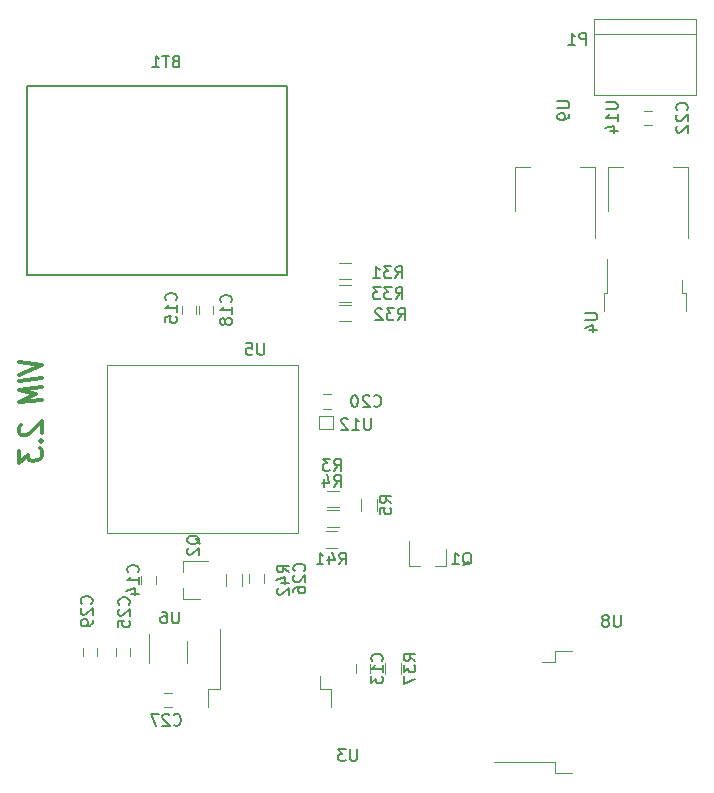
<source format=gbr>
G04 #@! TF.FileFunction,Legend,Bot*
%FSLAX46Y46*%
G04 Gerber Fmt 4.6, Leading zero omitted, Abs format (unit mm)*
G04 Created by KiCad (PCBNEW 4.0.5) date 04/12/18 12:11:43*
%MOMM*%
%LPD*%
G01*
G04 APERTURE LIST*
%ADD10C,0.100000*%
%ADD11C,0.300000*%
%ADD12C,0.120000*%
%ADD13C,0.150000*%
G04 APERTURE END LIST*
D10*
D11*
X141297162Y-92288247D02*
X143297162Y-92571580D01*
X141297162Y-93354914D01*
X143297162Y-93638247D02*
X141297162Y-93888247D01*
X143297162Y-94400152D02*
X141297162Y-94650152D01*
X142725733Y-95004914D01*
X141297162Y-95716819D01*
X143297162Y-95466819D01*
X141487638Y-97597771D02*
X141392400Y-97685866D01*
X141297162Y-97850152D01*
X141297162Y-98231105D01*
X141392400Y-98371581D01*
X141487638Y-98435866D01*
X141678114Y-98488248D01*
X141868590Y-98464438D01*
X142154305Y-98352533D01*
X143297162Y-97295390D01*
X143297162Y-98285867D01*
X143106686Y-98995390D02*
X143201924Y-99059677D01*
X143297162Y-98971581D01*
X143201924Y-98907296D01*
X143106686Y-98995390D01*
X143297162Y-98971581D01*
X141297162Y-99831105D02*
X141297162Y-100821582D01*
X142059067Y-100193010D01*
X142059067Y-100421582D01*
X142154305Y-100562058D01*
X142249543Y-100626343D01*
X142440019Y-100678725D01*
X142916210Y-100619201D01*
X143106686Y-100519200D01*
X143201924Y-100431106D01*
X143297162Y-100266820D01*
X143297162Y-99809677D01*
X143201924Y-99669201D01*
X143106686Y-99604914D01*
D10*
X164909500Y-106743500D02*
X164909500Y-103759000D01*
X164909500Y-103759000D02*
X164909500Y-101663500D01*
X164909500Y-101663500D02*
X164909500Y-100838000D01*
X164909500Y-100838000D02*
X164909500Y-99695000D01*
X164909500Y-99695000D02*
X164909500Y-98298000D01*
X164909500Y-98298000D02*
X164909500Y-97218500D01*
X164909500Y-97218500D02*
X164909500Y-95059500D01*
X164909500Y-95059500D02*
X164909500Y-92773500D01*
X164909500Y-92773500D02*
X164909500Y-92583000D01*
X164465000Y-106743500D02*
X148780500Y-106743500D01*
X148780500Y-106743500D02*
X148780500Y-92583000D01*
X148780500Y-92583000D02*
X156845000Y-92583000D01*
X156845000Y-92583000D02*
X164909500Y-92583000D01*
X164909500Y-106743500D02*
X164084000Y-106743500D01*
D12*
X177475000Y-109599000D02*
X176545000Y-109599000D01*
X174315000Y-109599000D02*
X175245000Y-109599000D01*
X174315000Y-109599000D02*
X174315000Y-107439000D01*
X177475000Y-109599000D02*
X177475000Y-108139000D01*
X155196000Y-112324000D02*
X155196000Y-111394000D01*
X155196000Y-109164000D02*
X155196000Y-110094000D01*
X155196000Y-109164000D02*
X157356000Y-109164000D01*
X155196000Y-112324000D02*
X156656000Y-112324000D01*
X157360000Y-121486000D02*
X157360000Y-119986000D01*
X157360000Y-119986000D02*
X158310000Y-119986000D01*
X158310000Y-119986000D02*
X158310000Y-114861000D01*
X167760000Y-121486000D02*
X167760000Y-119986000D01*
X167760000Y-119986000D02*
X166810000Y-119986000D01*
X166810000Y-119986000D02*
X166810000Y-118886000D01*
X155534000Y-115940000D02*
X155534000Y-117740000D01*
X152314000Y-117740000D02*
X152314000Y-115290000D01*
X183280000Y-75763200D02*
X184540000Y-75763200D01*
X190100000Y-75763200D02*
X188840000Y-75763200D01*
X183280000Y-79523200D02*
X183280000Y-75763200D01*
X190100000Y-81773200D02*
X190100000Y-75763200D01*
X188161000Y-127120000D02*
X186661000Y-127120000D01*
X186661000Y-127120000D02*
X186661000Y-126170000D01*
X186661000Y-126170000D02*
X181536000Y-126170000D01*
X188161000Y-116720000D02*
X186661000Y-116720000D01*
X186661000Y-116720000D02*
X186661000Y-117670000D01*
X186661000Y-117670000D02*
X185561000Y-117670000D01*
X191154000Y-75763200D02*
X192414000Y-75763200D01*
X197974000Y-75763200D02*
X196714000Y-75763200D01*
X191154000Y-79523200D02*
X191154000Y-75763200D01*
X197974000Y-81773200D02*
X197974000Y-75763200D01*
X171034000Y-118587000D02*
X171034000Y-117887000D01*
X169834000Y-117887000D02*
X169834000Y-118587000D01*
X151673000Y-110394000D02*
X151673000Y-111094000D01*
X152873000Y-111094000D02*
X152873000Y-110394000D01*
X156302000Y-88246700D02*
X156302000Y-87546700D01*
X155102000Y-87546700D02*
X155102000Y-88246700D01*
X157762500Y-88246700D02*
X157762500Y-87546700D01*
X156562500Y-87546700D02*
X156562500Y-88246700D01*
X167036000Y-96231000D02*
X167736000Y-96231000D01*
X167736000Y-95031000D02*
X167036000Y-95031000D01*
X194914000Y-71028000D02*
X194214000Y-71028000D01*
X194214000Y-72228000D02*
X194914000Y-72228000D01*
X149514000Y-116490000D02*
X149514000Y-117190000D01*
X150714000Y-117190000D02*
X150714000Y-116490000D01*
X160817000Y-110267000D02*
X160817000Y-110967000D01*
X162017000Y-110967000D02*
X162017000Y-110267000D01*
X154274000Y-120304000D02*
X153574000Y-120304000D01*
X153574000Y-121504000D02*
X154274000Y-121504000D01*
X147920000Y-117190000D02*
X147920000Y-116490000D01*
X146720000Y-116490000D02*
X146720000Y-117190000D01*
X189960000Y-63280000D02*
X198660000Y-63280000D01*
X189960000Y-69690000D02*
X198660000Y-69690000D01*
X198660000Y-69690000D02*
X198660000Y-63280000D01*
X198660000Y-64510000D02*
X189960000Y-64510000D01*
X189960000Y-63280000D02*
X189960000Y-69690000D01*
X167394000Y-104566000D02*
X168394000Y-104566000D01*
X168394000Y-103206000D02*
X167394000Y-103206000D01*
X167394000Y-106217000D02*
X168394000Y-106217000D01*
X168394000Y-104857000D02*
X167394000Y-104857000D01*
X170262000Y-103894000D02*
X170262000Y-104894000D01*
X171622000Y-104894000D02*
X171622000Y-103894000D01*
X168410000Y-85262000D02*
X169410000Y-85262000D01*
X169410000Y-83902000D02*
X168410000Y-83902000D01*
X169410000Y-87458000D02*
X168410000Y-87458000D01*
X168410000Y-88818000D02*
X169410000Y-88818000D01*
X168410000Y-87167000D02*
X169410000Y-87167000D01*
X169410000Y-85807000D02*
X168410000Y-85807000D01*
X172294000Y-117737000D02*
X172294000Y-118737000D01*
X173654000Y-118737000D02*
X173654000Y-117737000D01*
X167267000Y-107995000D02*
X168267000Y-107995000D01*
X168267000Y-106635000D02*
X167267000Y-106635000D01*
X160192000Y-111244000D02*
X160192000Y-110244000D01*
X158832000Y-110244000D02*
X158832000Y-111244000D01*
X190860000Y-87930000D02*
X190860000Y-86430000D01*
X190860000Y-86430000D02*
X191130000Y-86430000D01*
X191130000Y-86430000D02*
X191130000Y-83600000D01*
X197760000Y-87930000D02*
X197760000Y-86430000D01*
X197760000Y-86430000D02*
X197490000Y-86430000D01*
X197490000Y-86430000D02*
X197490000Y-85330000D01*
D13*
X142020500Y-84898500D02*
X164020500Y-84898500D01*
X164020500Y-84898500D02*
X164020500Y-68898500D01*
X164020500Y-68898500D02*
X142020500Y-68898500D01*
X142020500Y-68898500D02*
X142020500Y-84898500D01*
D10*
X167894000Y-96901000D02*
X167894000Y-97980500D01*
X166751000Y-96901000D02*
X166751000Y-97980500D01*
X167894000Y-96901000D02*
X166751000Y-96901000D01*
X166751000Y-97980500D02*
X167894000Y-97980500D01*
D13*
X162077305Y-90689181D02*
X162077305Y-91498705D01*
X162029686Y-91593943D01*
X161982067Y-91641562D01*
X161886829Y-91689181D01*
X161696352Y-91689181D01*
X161601114Y-91641562D01*
X161553495Y-91593943D01*
X161505876Y-91498705D01*
X161505876Y-90689181D01*
X160553495Y-90689181D02*
X161029686Y-90689181D01*
X161077305Y-91165371D01*
X161029686Y-91117752D01*
X160934448Y-91070133D01*
X160696352Y-91070133D01*
X160601114Y-91117752D01*
X160553495Y-91165371D01*
X160505876Y-91260610D01*
X160505876Y-91498705D01*
X160553495Y-91593943D01*
X160601114Y-91641562D01*
X160696352Y-91689181D01*
X160934448Y-91689181D01*
X161029686Y-91641562D01*
X161077305Y-91593943D01*
X178885838Y-109513619D02*
X178981076Y-109466000D01*
X179076314Y-109370762D01*
X179219171Y-109227905D01*
X179314410Y-109180286D01*
X179409648Y-109180286D01*
X179362029Y-109418381D02*
X179457267Y-109370762D01*
X179552505Y-109275524D01*
X179600124Y-109085048D01*
X179600124Y-108751714D01*
X179552505Y-108561238D01*
X179457267Y-108466000D01*
X179362029Y-108418381D01*
X179171552Y-108418381D01*
X179076314Y-108466000D01*
X178981076Y-108561238D01*
X178933457Y-108751714D01*
X178933457Y-109085048D01*
X178981076Y-109275524D01*
X179076314Y-109370762D01*
X179171552Y-109418381D01*
X179362029Y-109418381D01*
X177981076Y-109418381D02*
X178552505Y-109418381D01*
X178266791Y-109418381D02*
X178266791Y-108418381D01*
X178362029Y-108561238D01*
X178457267Y-108656476D01*
X178552505Y-108704095D01*
X156630619Y-107727762D02*
X156583000Y-107632524D01*
X156487762Y-107537286D01*
X156344905Y-107394429D01*
X156297286Y-107299190D01*
X156297286Y-107203952D01*
X156535381Y-107251571D02*
X156487762Y-107156333D01*
X156392524Y-107061095D01*
X156202048Y-107013476D01*
X155868714Y-107013476D01*
X155678238Y-107061095D01*
X155583000Y-107156333D01*
X155535381Y-107251571D01*
X155535381Y-107442048D01*
X155583000Y-107537286D01*
X155678238Y-107632524D01*
X155868714Y-107680143D01*
X156202048Y-107680143D01*
X156392524Y-107632524D01*
X156487762Y-107537286D01*
X156535381Y-107442048D01*
X156535381Y-107251571D01*
X155630619Y-108061095D02*
X155583000Y-108108714D01*
X155535381Y-108203952D01*
X155535381Y-108442048D01*
X155583000Y-108537286D01*
X155630619Y-108584905D01*
X155725857Y-108632524D01*
X155821095Y-108632524D01*
X155963952Y-108584905D01*
X156535381Y-108013476D01*
X156535381Y-108632524D01*
X169925905Y-125055381D02*
X169925905Y-125864905D01*
X169878286Y-125960143D01*
X169830667Y-126007762D01*
X169735429Y-126055381D01*
X169544952Y-126055381D01*
X169449714Y-126007762D01*
X169402095Y-125960143D01*
X169354476Y-125864905D01*
X169354476Y-125055381D01*
X168973524Y-125055381D02*
X168354476Y-125055381D01*
X168687810Y-125436333D01*
X168544952Y-125436333D01*
X168449714Y-125483952D01*
X168402095Y-125531571D01*
X168354476Y-125626810D01*
X168354476Y-125864905D01*
X168402095Y-125960143D01*
X168449714Y-126007762D01*
X168544952Y-126055381D01*
X168830667Y-126055381D01*
X168925905Y-126007762D01*
X168973524Y-125960143D01*
X154863705Y-113422181D02*
X154863705Y-114231705D01*
X154816086Y-114326943D01*
X154768467Y-114374562D01*
X154673229Y-114422181D01*
X154482752Y-114422181D01*
X154387514Y-114374562D01*
X154339895Y-114326943D01*
X154292276Y-114231705D01*
X154292276Y-113422181D01*
X153387514Y-113422181D02*
X153577991Y-113422181D01*
X153673229Y-113469800D01*
X153720848Y-113517419D01*
X153816086Y-113660276D01*
X153863705Y-113850752D01*
X153863705Y-114231705D01*
X153816086Y-114326943D01*
X153768467Y-114374562D01*
X153673229Y-114422181D01*
X153482752Y-114422181D01*
X153387514Y-114374562D01*
X153339895Y-114326943D01*
X153292276Y-114231705D01*
X153292276Y-113993610D01*
X153339895Y-113898371D01*
X153387514Y-113850752D01*
X153482752Y-113803133D01*
X153673229Y-113803133D01*
X153768467Y-113850752D01*
X153816086Y-113898371D01*
X153863705Y-113993610D01*
X186904381Y-70231095D02*
X187713905Y-70231095D01*
X187809143Y-70278714D01*
X187856762Y-70326333D01*
X187904381Y-70421571D01*
X187904381Y-70612048D01*
X187856762Y-70707286D01*
X187809143Y-70754905D01*
X187713905Y-70802524D01*
X186904381Y-70802524D01*
X187904381Y-71326333D02*
X187904381Y-71516809D01*
X187856762Y-71612048D01*
X187809143Y-71659667D01*
X187666286Y-71754905D01*
X187475810Y-71802524D01*
X187094857Y-71802524D01*
X186999619Y-71754905D01*
X186952000Y-71707286D01*
X186904381Y-71612048D01*
X186904381Y-71421571D01*
X186952000Y-71326333D01*
X186999619Y-71278714D01*
X187094857Y-71231095D01*
X187332952Y-71231095D01*
X187428190Y-71278714D01*
X187475810Y-71326333D01*
X187523429Y-71421571D01*
X187523429Y-71612048D01*
X187475810Y-71707286D01*
X187428190Y-71754905D01*
X187332952Y-71802524D01*
X192252505Y-113726981D02*
X192252505Y-114536505D01*
X192204886Y-114631743D01*
X192157267Y-114679362D01*
X192062029Y-114726981D01*
X191871552Y-114726981D01*
X191776314Y-114679362D01*
X191728695Y-114631743D01*
X191681076Y-114536505D01*
X191681076Y-113726981D01*
X191062029Y-114155552D02*
X191157267Y-114107933D01*
X191204886Y-114060314D01*
X191252505Y-113965076D01*
X191252505Y-113917457D01*
X191204886Y-113822219D01*
X191157267Y-113774600D01*
X191062029Y-113726981D01*
X190871552Y-113726981D01*
X190776314Y-113774600D01*
X190728695Y-113822219D01*
X190681076Y-113917457D01*
X190681076Y-113965076D01*
X190728695Y-114060314D01*
X190776314Y-114107933D01*
X190871552Y-114155552D01*
X191062029Y-114155552D01*
X191157267Y-114203171D01*
X191204886Y-114250790D01*
X191252505Y-114346029D01*
X191252505Y-114536505D01*
X191204886Y-114631743D01*
X191157267Y-114679362D01*
X191062029Y-114726981D01*
X190871552Y-114726981D01*
X190776314Y-114679362D01*
X190728695Y-114631743D01*
X190681076Y-114536505D01*
X190681076Y-114346029D01*
X190728695Y-114250790D01*
X190776314Y-114203171D01*
X190871552Y-114155552D01*
X190993781Y-70313705D02*
X191803305Y-70313705D01*
X191898543Y-70361324D01*
X191946162Y-70408943D01*
X191993781Y-70504181D01*
X191993781Y-70694658D01*
X191946162Y-70789896D01*
X191898543Y-70837515D01*
X191803305Y-70885134D01*
X190993781Y-70885134D01*
X191993781Y-71885134D02*
X191993781Y-71313705D01*
X191993781Y-71599419D02*
X190993781Y-71599419D01*
X191136638Y-71504181D01*
X191231876Y-71408943D01*
X191279495Y-71313705D01*
X191327114Y-72742277D02*
X191993781Y-72742277D01*
X190946162Y-72504181D02*
X191660448Y-72266086D01*
X191660448Y-72885134D01*
X172041143Y-117594143D02*
X172088762Y-117546524D01*
X172136381Y-117403667D01*
X172136381Y-117308429D01*
X172088762Y-117165571D01*
X171993524Y-117070333D01*
X171898286Y-117022714D01*
X171707810Y-116975095D01*
X171564952Y-116975095D01*
X171374476Y-117022714D01*
X171279238Y-117070333D01*
X171184000Y-117165571D01*
X171136381Y-117308429D01*
X171136381Y-117403667D01*
X171184000Y-117546524D01*
X171231619Y-117594143D01*
X172136381Y-118546524D02*
X172136381Y-117975095D01*
X172136381Y-118260809D02*
X171136381Y-118260809D01*
X171279238Y-118165571D01*
X171374476Y-118070333D01*
X171422095Y-117975095D01*
X171136381Y-118879857D02*
X171136381Y-119498905D01*
X171517333Y-119165571D01*
X171517333Y-119308429D01*
X171564952Y-119403667D01*
X171612571Y-119451286D01*
X171707810Y-119498905D01*
X171945905Y-119498905D01*
X172041143Y-119451286D01*
X172088762Y-119403667D01*
X172136381Y-119308429D01*
X172136381Y-119022714D01*
X172088762Y-118927476D01*
X172041143Y-118879857D01*
X151360143Y-110101143D02*
X151407762Y-110053524D01*
X151455381Y-109910667D01*
X151455381Y-109815429D01*
X151407762Y-109672571D01*
X151312524Y-109577333D01*
X151217286Y-109529714D01*
X151026810Y-109482095D01*
X150883952Y-109482095D01*
X150693476Y-109529714D01*
X150598238Y-109577333D01*
X150503000Y-109672571D01*
X150455381Y-109815429D01*
X150455381Y-109910667D01*
X150503000Y-110053524D01*
X150550619Y-110101143D01*
X151455381Y-111053524D02*
X151455381Y-110482095D01*
X151455381Y-110767809D02*
X150455381Y-110767809D01*
X150598238Y-110672571D01*
X150693476Y-110577333D01*
X150741095Y-110482095D01*
X150788714Y-111910667D02*
X151455381Y-111910667D01*
X150407762Y-111672571D02*
X151122048Y-111434476D01*
X151122048Y-112053524D01*
X154585943Y-87063343D02*
X154633562Y-87015724D01*
X154681181Y-86872867D01*
X154681181Y-86777629D01*
X154633562Y-86634771D01*
X154538324Y-86539533D01*
X154443086Y-86491914D01*
X154252610Y-86444295D01*
X154109752Y-86444295D01*
X153919276Y-86491914D01*
X153824038Y-86539533D01*
X153728800Y-86634771D01*
X153681181Y-86777629D01*
X153681181Y-86872867D01*
X153728800Y-87015724D01*
X153776419Y-87063343D01*
X154681181Y-88015724D02*
X154681181Y-87444295D01*
X154681181Y-87730009D02*
X153681181Y-87730009D01*
X153824038Y-87634771D01*
X153919276Y-87539533D01*
X153966895Y-87444295D01*
X153681181Y-88920486D02*
X153681181Y-88444295D01*
X154157371Y-88396676D01*
X154109752Y-88444295D01*
X154062133Y-88539533D01*
X154062133Y-88777629D01*
X154109752Y-88872867D01*
X154157371Y-88920486D01*
X154252610Y-88968105D01*
X154490705Y-88968105D01*
X154585943Y-88920486D01*
X154633562Y-88872867D01*
X154681181Y-88777629D01*
X154681181Y-88539533D01*
X154633562Y-88444295D01*
X154585943Y-88396676D01*
X159259543Y-87241143D02*
X159307162Y-87193524D01*
X159354781Y-87050667D01*
X159354781Y-86955429D01*
X159307162Y-86812571D01*
X159211924Y-86717333D01*
X159116686Y-86669714D01*
X158926210Y-86622095D01*
X158783352Y-86622095D01*
X158592876Y-86669714D01*
X158497638Y-86717333D01*
X158402400Y-86812571D01*
X158354781Y-86955429D01*
X158354781Y-87050667D01*
X158402400Y-87193524D01*
X158450019Y-87241143D01*
X159354781Y-88193524D02*
X159354781Y-87622095D01*
X159354781Y-87907809D02*
X158354781Y-87907809D01*
X158497638Y-87812571D01*
X158592876Y-87717333D01*
X158640495Y-87622095D01*
X158783352Y-88764952D02*
X158735733Y-88669714D01*
X158688114Y-88622095D01*
X158592876Y-88574476D01*
X158545257Y-88574476D01*
X158450019Y-88622095D01*
X158402400Y-88669714D01*
X158354781Y-88764952D01*
X158354781Y-88955429D01*
X158402400Y-89050667D01*
X158450019Y-89098286D01*
X158545257Y-89145905D01*
X158592876Y-89145905D01*
X158688114Y-89098286D01*
X158735733Y-89050667D01*
X158783352Y-88955429D01*
X158783352Y-88764952D01*
X158830971Y-88669714D01*
X158878590Y-88622095D01*
X158973829Y-88574476D01*
X159164305Y-88574476D01*
X159259543Y-88622095D01*
X159307162Y-88669714D01*
X159354781Y-88764952D01*
X159354781Y-88955429D01*
X159307162Y-89050667D01*
X159259543Y-89098286D01*
X159164305Y-89145905D01*
X158973829Y-89145905D01*
X158878590Y-89098286D01*
X158830971Y-89050667D01*
X158783352Y-88955429D01*
X171356257Y-95988143D02*
X171403876Y-96035762D01*
X171546733Y-96083381D01*
X171641971Y-96083381D01*
X171784829Y-96035762D01*
X171880067Y-95940524D01*
X171927686Y-95845286D01*
X171975305Y-95654810D01*
X171975305Y-95511952D01*
X171927686Y-95321476D01*
X171880067Y-95226238D01*
X171784829Y-95131000D01*
X171641971Y-95083381D01*
X171546733Y-95083381D01*
X171403876Y-95131000D01*
X171356257Y-95178619D01*
X170975305Y-95178619D02*
X170927686Y-95131000D01*
X170832448Y-95083381D01*
X170594352Y-95083381D01*
X170499114Y-95131000D01*
X170451495Y-95178619D01*
X170403876Y-95273857D01*
X170403876Y-95369095D01*
X170451495Y-95511952D01*
X171022924Y-96083381D01*
X170403876Y-96083381D01*
X169784829Y-95083381D02*
X169689590Y-95083381D01*
X169594352Y-95131000D01*
X169546733Y-95178619D01*
X169499114Y-95273857D01*
X169451495Y-95464333D01*
X169451495Y-95702429D01*
X169499114Y-95892905D01*
X169546733Y-95988143D01*
X169594352Y-96035762D01*
X169689590Y-96083381D01*
X169784829Y-96083381D01*
X169880067Y-96035762D01*
X169927686Y-95988143D01*
X169975305Y-95892905D01*
X170022924Y-95702429D01*
X170022924Y-95464333D01*
X169975305Y-95273857D01*
X169927686Y-95178619D01*
X169880067Y-95131000D01*
X169784829Y-95083381D01*
X197842143Y-70959743D02*
X197889762Y-70912124D01*
X197937381Y-70769267D01*
X197937381Y-70674029D01*
X197889762Y-70531171D01*
X197794524Y-70435933D01*
X197699286Y-70388314D01*
X197508810Y-70340695D01*
X197365952Y-70340695D01*
X197175476Y-70388314D01*
X197080238Y-70435933D01*
X196985000Y-70531171D01*
X196937381Y-70674029D01*
X196937381Y-70769267D01*
X196985000Y-70912124D01*
X197032619Y-70959743D01*
X197032619Y-71340695D02*
X196985000Y-71388314D01*
X196937381Y-71483552D01*
X196937381Y-71721648D01*
X196985000Y-71816886D01*
X197032619Y-71864505D01*
X197127857Y-71912124D01*
X197223095Y-71912124D01*
X197365952Y-71864505D01*
X197937381Y-71293076D01*
X197937381Y-71912124D01*
X197032619Y-72293076D02*
X196985000Y-72340695D01*
X196937381Y-72435933D01*
X196937381Y-72674029D01*
X196985000Y-72769267D01*
X197032619Y-72816886D01*
X197127857Y-72864505D01*
X197223095Y-72864505D01*
X197365952Y-72816886D01*
X197937381Y-72245457D01*
X197937381Y-72864505D01*
X150598143Y-112844343D02*
X150645762Y-112796724D01*
X150693381Y-112653867D01*
X150693381Y-112558629D01*
X150645762Y-112415771D01*
X150550524Y-112320533D01*
X150455286Y-112272914D01*
X150264810Y-112225295D01*
X150121952Y-112225295D01*
X149931476Y-112272914D01*
X149836238Y-112320533D01*
X149741000Y-112415771D01*
X149693381Y-112558629D01*
X149693381Y-112653867D01*
X149741000Y-112796724D01*
X149788619Y-112844343D01*
X149788619Y-113225295D02*
X149741000Y-113272914D01*
X149693381Y-113368152D01*
X149693381Y-113606248D01*
X149741000Y-113701486D01*
X149788619Y-113749105D01*
X149883857Y-113796724D01*
X149979095Y-113796724D01*
X150121952Y-113749105D01*
X150693381Y-113177676D01*
X150693381Y-113796724D01*
X149693381Y-114701486D02*
X149693381Y-114225295D01*
X150169571Y-114177676D01*
X150121952Y-114225295D01*
X150074333Y-114320533D01*
X150074333Y-114558629D01*
X150121952Y-114653867D01*
X150169571Y-114701486D01*
X150264810Y-114749105D01*
X150502905Y-114749105D01*
X150598143Y-114701486D01*
X150645762Y-114653867D01*
X150693381Y-114558629D01*
X150693381Y-114320533D01*
X150645762Y-114225295D01*
X150598143Y-114177676D01*
X165457143Y-109974143D02*
X165504762Y-109926524D01*
X165552381Y-109783667D01*
X165552381Y-109688429D01*
X165504762Y-109545571D01*
X165409524Y-109450333D01*
X165314286Y-109402714D01*
X165123810Y-109355095D01*
X164980952Y-109355095D01*
X164790476Y-109402714D01*
X164695238Y-109450333D01*
X164600000Y-109545571D01*
X164552381Y-109688429D01*
X164552381Y-109783667D01*
X164600000Y-109926524D01*
X164647619Y-109974143D01*
X164647619Y-110355095D02*
X164600000Y-110402714D01*
X164552381Y-110497952D01*
X164552381Y-110736048D01*
X164600000Y-110831286D01*
X164647619Y-110878905D01*
X164742857Y-110926524D01*
X164838095Y-110926524D01*
X164980952Y-110878905D01*
X165552381Y-110307476D01*
X165552381Y-110926524D01*
X164552381Y-111783667D02*
X164552381Y-111593190D01*
X164600000Y-111497952D01*
X164647619Y-111450333D01*
X164790476Y-111355095D01*
X164980952Y-111307476D01*
X165361905Y-111307476D01*
X165457143Y-111355095D01*
X165504762Y-111402714D01*
X165552381Y-111497952D01*
X165552381Y-111688429D01*
X165504762Y-111783667D01*
X165457143Y-111831286D01*
X165361905Y-111878905D01*
X165123810Y-111878905D01*
X165028571Y-111831286D01*
X164980952Y-111783667D01*
X164933333Y-111688429D01*
X164933333Y-111497952D01*
X164980952Y-111402714D01*
X165028571Y-111355095D01*
X165123810Y-111307476D01*
X154414457Y-122988343D02*
X154462076Y-123035962D01*
X154604933Y-123083581D01*
X154700171Y-123083581D01*
X154843029Y-123035962D01*
X154938267Y-122940724D01*
X154985886Y-122845486D01*
X155033505Y-122655010D01*
X155033505Y-122512152D01*
X154985886Y-122321676D01*
X154938267Y-122226438D01*
X154843029Y-122131200D01*
X154700171Y-122083581D01*
X154604933Y-122083581D01*
X154462076Y-122131200D01*
X154414457Y-122178819D01*
X154033505Y-122178819D02*
X153985886Y-122131200D01*
X153890648Y-122083581D01*
X153652552Y-122083581D01*
X153557314Y-122131200D01*
X153509695Y-122178819D01*
X153462076Y-122274057D01*
X153462076Y-122369295D01*
X153509695Y-122512152D01*
X154081124Y-123083581D01*
X153462076Y-123083581D01*
X153128743Y-122083581D02*
X152462076Y-122083581D01*
X152890648Y-123083581D01*
X147448543Y-112742743D02*
X147496162Y-112695124D01*
X147543781Y-112552267D01*
X147543781Y-112457029D01*
X147496162Y-112314171D01*
X147400924Y-112218933D01*
X147305686Y-112171314D01*
X147115210Y-112123695D01*
X146972352Y-112123695D01*
X146781876Y-112171314D01*
X146686638Y-112218933D01*
X146591400Y-112314171D01*
X146543781Y-112457029D01*
X146543781Y-112552267D01*
X146591400Y-112695124D01*
X146639019Y-112742743D01*
X146639019Y-113123695D02*
X146591400Y-113171314D01*
X146543781Y-113266552D01*
X146543781Y-113504648D01*
X146591400Y-113599886D01*
X146639019Y-113647505D01*
X146734257Y-113695124D01*
X146829495Y-113695124D01*
X146972352Y-113647505D01*
X147543781Y-113076076D01*
X147543781Y-113695124D01*
X147543781Y-114171314D02*
X147543781Y-114361790D01*
X147496162Y-114457029D01*
X147448543Y-114504648D01*
X147305686Y-114599886D01*
X147115210Y-114647505D01*
X146734257Y-114647505D01*
X146639019Y-114599886D01*
X146591400Y-114552267D01*
X146543781Y-114457029D01*
X146543781Y-114266552D01*
X146591400Y-114171314D01*
X146639019Y-114123695D01*
X146734257Y-114076076D01*
X146972352Y-114076076D01*
X147067590Y-114123695D01*
X147115210Y-114171314D01*
X147162829Y-114266552D01*
X147162829Y-114457029D01*
X147115210Y-114552267D01*
X147067590Y-114599886D01*
X146972352Y-114647505D01*
X189333095Y-65425581D02*
X189333095Y-64425581D01*
X188952142Y-64425581D01*
X188856904Y-64473200D01*
X188809285Y-64520819D01*
X188761666Y-64616057D01*
X188761666Y-64758914D01*
X188809285Y-64854152D01*
X188856904Y-64901771D01*
X188952142Y-64949390D01*
X189333095Y-64949390D01*
X187809285Y-65425581D02*
X188380714Y-65425581D01*
X188095000Y-65425581D02*
X188095000Y-64425581D01*
X188190238Y-64568438D01*
X188285476Y-64663676D01*
X188380714Y-64711295D01*
X167984466Y-101493581D02*
X168317800Y-101017390D01*
X168555895Y-101493581D02*
X168555895Y-100493581D01*
X168174942Y-100493581D01*
X168079704Y-100541200D01*
X168032085Y-100588819D01*
X167984466Y-100684057D01*
X167984466Y-100826914D01*
X168032085Y-100922152D01*
X168079704Y-100969771D01*
X168174942Y-101017390D01*
X168555895Y-101017390D01*
X167651133Y-100493581D02*
X167032085Y-100493581D01*
X167365419Y-100874533D01*
X167222561Y-100874533D01*
X167127323Y-100922152D01*
X167079704Y-100969771D01*
X167032085Y-101065010D01*
X167032085Y-101303105D01*
X167079704Y-101398343D01*
X167127323Y-101445962D01*
X167222561Y-101493581D01*
X167508276Y-101493581D01*
X167603514Y-101445962D01*
X167651133Y-101398343D01*
X167984466Y-102839781D02*
X168317800Y-102363590D01*
X168555895Y-102839781D02*
X168555895Y-101839781D01*
X168174942Y-101839781D01*
X168079704Y-101887400D01*
X168032085Y-101935019D01*
X167984466Y-102030257D01*
X167984466Y-102173114D01*
X168032085Y-102268352D01*
X168079704Y-102315971D01*
X168174942Y-102363590D01*
X168555895Y-102363590D01*
X167127323Y-102173114D02*
X167127323Y-102839781D01*
X167365419Y-101792162D02*
X167603514Y-102506448D01*
X166984466Y-102506448D01*
X172844381Y-104227334D02*
X172368190Y-103894000D01*
X172844381Y-103655905D02*
X171844381Y-103655905D01*
X171844381Y-104036858D01*
X171892000Y-104132096D01*
X171939619Y-104179715D01*
X172034857Y-104227334D01*
X172177714Y-104227334D01*
X172272952Y-104179715D01*
X172320571Y-104132096D01*
X172368190Y-104036858D01*
X172368190Y-103655905D01*
X171844381Y-105132096D02*
X171844381Y-104655905D01*
X172320571Y-104608286D01*
X172272952Y-104655905D01*
X172225333Y-104751143D01*
X172225333Y-104989239D01*
X172272952Y-105084477D01*
X172320571Y-105132096D01*
X172415810Y-105179715D01*
X172653905Y-105179715D01*
X172749143Y-105132096D01*
X172796762Y-105084477D01*
X172844381Y-104989239D01*
X172844381Y-104751143D01*
X172796762Y-104655905D01*
X172749143Y-104608286D01*
X173185057Y-85186781D02*
X173518391Y-84710590D01*
X173756486Y-85186781D02*
X173756486Y-84186781D01*
X173375533Y-84186781D01*
X173280295Y-84234400D01*
X173232676Y-84282019D01*
X173185057Y-84377257D01*
X173185057Y-84520114D01*
X173232676Y-84615352D01*
X173280295Y-84662971D01*
X173375533Y-84710590D01*
X173756486Y-84710590D01*
X172851724Y-84186781D02*
X172232676Y-84186781D01*
X172566010Y-84567733D01*
X172423152Y-84567733D01*
X172327914Y-84615352D01*
X172280295Y-84662971D01*
X172232676Y-84758210D01*
X172232676Y-84996305D01*
X172280295Y-85091543D01*
X172327914Y-85139162D01*
X172423152Y-85186781D01*
X172708867Y-85186781D01*
X172804105Y-85139162D01*
X172851724Y-85091543D01*
X171280295Y-85186781D02*
X171851724Y-85186781D01*
X171566010Y-85186781D02*
X171566010Y-84186781D01*
X171661248Y-84329638D01*
X171756486Y-84424876D01*
X171851724Y-84472495D01*
X173388257Y-88742781D02*
X173721591Y-88266590D01*
X173959686Y-88742781D02*
X173959686Y-87742781D01*
X173578733Y-87742781D01*
X173483495Y-87790400D01*
X173435876Y-87838019D01*
X173388257Y-87933257D01*
X173388257Y-88076114D01*
X173435876Y-88171352D01*
X173483495Y-88218971D01*
X173578733Y-88266590D01*
X173959686Y-88266590D01*
X173054924Y-87742781D02*
X172435876Y-87742781D01*
X172769210Y-88123733D01*
X172626352Y-88123733D01*
X172531114Y-88171352D01*
X172483495Y-88218971D01*
X172435876Y-88314210D01*
X172435876Y-88552305D01*
X172483495Y-88647543D01*
X172531114Y-88695162D01*
X172626352Y-88742781D01*
X172912067Y-88742781D01*
X173007305Y-88695162D01*
X173054924Y-88647543D01*
X172054924Y-87838019D02*
X172007305Y-87790400D01*
X171912067Y-87742781D01*
X171673971Y-87742781D01*
X171578733Y-87790400D01*
X171531114Y-87838019D01*
X171483495Y-87933257D01*
X171483495Y-88028495D01*
X171531114Y-88171352D01*
X172102543Y-88742781D01*
X171483495Y-88742781D01*
X173210457Y-86964781D02*
X173543791Y-86488590D01*
X173781886Y-86964781D02*
X173781886Y-85964781D01*
X173400933Y-85964781D01*
X173305695Y-86012400D01*
X173258076Y-86060019D01*
X173210457Y-86155257D01*
X173210457Y-86298114D01*
X173258076Y-86393352D01*
X173305695Y-86440971D01*
X173400933Y-86488590D01*
X173781886Y-86488590D01*
X172877124Y-85964781D02*
X172258076Y-85964781D01*
X172591410Y-86345733D01*
X172448552Y-86345733D01*
X172353314Y-86393352D01*
X172305695Y-86440971D01*
X172258076Y-86536210D01*
X172258076Y-86774305D01*
X172305695Y-86869543D01*
X172353314Y-86917162D01*
X172448552Y-86964781D01*
X172734267Y-86964781D01*
X172829505Y-86917162D01*
X172877124Y-86869543D01*
X171924743Y-85964781D02*
X171305695Y-85964781D01*
X171639029Y-86345733D01*
X171496171Y-86345733D01*
X171400933Y-86393352D01*
X171353314Y-86440971D01*
X171305695Y-86536210D01*
X171305695Y-86774305D01*
X171353314Y-86869543D01*
X171400933Y-86917162D01*
X171496171Y-86964781D01*
X171781886Y-86964781D01*
X171877124Y-86917162D01*
X171924743Y-86869543D01*
X174876381Y-117594143D02*
X174400190Y-117260809D01*
X174876381Y-117022714D02*
X173876381Y-117022714D01*
X173876381Y-117403667D01*
X173924000Y-117498905D01*
X173971619Y-117546524D01*
X174066857Y-117594143D01*
X174209714Y-117594143D01*
X174304952Y-117546524D01*
X174352571Y-117498905D01*
X174400190Y-117403667D01*
X174400190Y-117022714D01*
X173876381Y-117927476D02*
X173876381Y-118546524D01*
X174257333Y-118213190D01*
X174257333Y-118356048D01*
X174304952Y-118451286D01*
X174352571Y-118498905D01*
X174447810Y-118546524D01*
X174685905Y-118546524D01*
X174781143Y-118498905D01*
X174828762Y-118451286D01*
X174876381Y-118356048D01*
X174876381Y-118070333D01*
X174828762Y-117975095D01*
X174781143Y-117927476D01*
X173876381Y-118879857D02*
X173876381Y-119546524D01*
X174876381Y-119117952D01*
X168409857Y-109418381D02*
X168743191Y-108942190D01*
X168981286Y-109418381D02*
X168981286Y-108418381D01*
X168600333Y-108418381D01*
X168505095Y-108466000D01*
X168457476Y-108513619D01*
X168409857Y-108608857D01*
X168409857Y-108751714D01*
X168457476Y-108846952D01*
X168505095Y-108894571D01*
X168600333Y-108942190D01*
X168981286Y-108942190D01*
X167552714Y-108751714D02*
X167552714Y-109418381D01*
X167790810Y-108370762D02*
X168028905Y-109085048D01*
X167409857Y-109085048D01*
X166505095Y-109418381D02*
X167076524Y-109418381D01*
X166790810Y-109418381D02*
X166790810Y-108418381D01*
X166886048Y-108561238D01*
X166981286Y-108656476D01*
X167076524Y-108704095D01*
X164155381Y-110101143D02*
X163679190Y-109767809D01*
X164155381Y-109529714D02*
X163155381Y-109529714D01*
X163155381Y-109910667D01*
X163203000Y-110005905D01*
X163250619Y-110053524D01*
X163345857Y-110101143D01*
X163488714Y-110101143D01*
X163583952Y-110053524D01*
X163631571Y-110005905D01*
X163679190Y-109910667D01*
X163679190Y-109529714D01*
X163488714Y-110958286D02*
X164155381Y-110958286D01*
X163107762Y-110720190D02*
X163822048Y-110482095D01*
X163822048Y-111101143D01*
X163250619Y-111434476D02*
X163203000Y-111482095D01*
X163155381Y-111577333D01*
X163155381Y-111815429D01*
X163203000Y-111910667D01*
X163250619Y-111958286D01*
X163345857Y-112005905D01*
X163441095Y-112005905D01*
X163583952Y-111958286D01*
X164155381Y-111386857D01*
X164155381Y-112005905D01*
X189262381Y-88138095D02*
X190071905Y-88138095D01*
X190167143Y-88185714D01*
X190214762Y-88233333D01*
X190262381Y-88328571D01*
X190262381Y-88519048D01*
X190214762Y-88614286D01*
X190167143Y-88661905D01*
X190071905Y-88709524D01*
X189262381Y-88709524D01*
X189595714Y-89614286D02*
X190262381Y-89614286D01*
X189214762Y-89376190D02*
X189929048Y-89138095D01*
X189929048Y-89757143D01*
X154556214Y-66827071D02*
X154413357Y-66874690D01*
X154365738Y-66922310D01*
X154318119Y-67017548D01*
X154318119Y-67160405D01*
X154365738Y-67255643D01*
X154413357Y-67303262D01*
X154508595Y-67350881D01*
X154889548Y-67350881D01*
X154889548Y-66350881D01*
X154556214Y-66350881D01*
X154460976Y-66398500D01*
X154413357Y-66446119D01*
X154365738Y-66541357D01*
X154365738Y-66636595D01*
X154413357Y-66731833D01*
X154460976Y-66779452D01*
X154556214Y-66827071D01*
X154889548Y-66827071D01*
X154032405Y-66350881D02*
X153460976Y-66350881D01*
X153746691Y-67350881D02*
X153746691Y-66350881D01*
X152603833Y-67350881D02*
X153175262Y-67350881D01*
X152889548Y-67350881D02*
X152889548Y-66350881D01*
X152984786Y-66493738D01*
X153080024Y-66588976D01*
X153175262Y-66636595D01*
X171113295Y-97039181D02*
X171113295Y-97848705D01*
X171065676Y-97943943D01*
X171018057Y-97991562D01*
X170922819Y-98039181D01*
X170732342Y-98039181D01*
X170637104Y-97991562D01*
X170589485Y-97943943D01*
X170541866Y-97848705D01*
X170541866Y-97039181D01*
X169541866Y-98039181D02*
X170113295Y-98039181D01*
X169827581Y-98039181D02*
X169827581Y-97039181D01*
X169922819Y-97182038D01*
X170018057Y-97277276D01*
X170113295Y-97324895D01*
X169160914Y-97134419D02*
X169113295Y-97086800D01*
X169018057Y-97039181D01*
X168779961Y-97039181D01*
X168684723Y-97086800D01*
X168637104Y-97134419D01*
X168589485Y-97229657D01*
X168589485Y-97324895D01*
X168637104Y-97467752D01*
X169208533Y-98039181D01*
X168589485Y-98039181D01*
M02*

</source>
